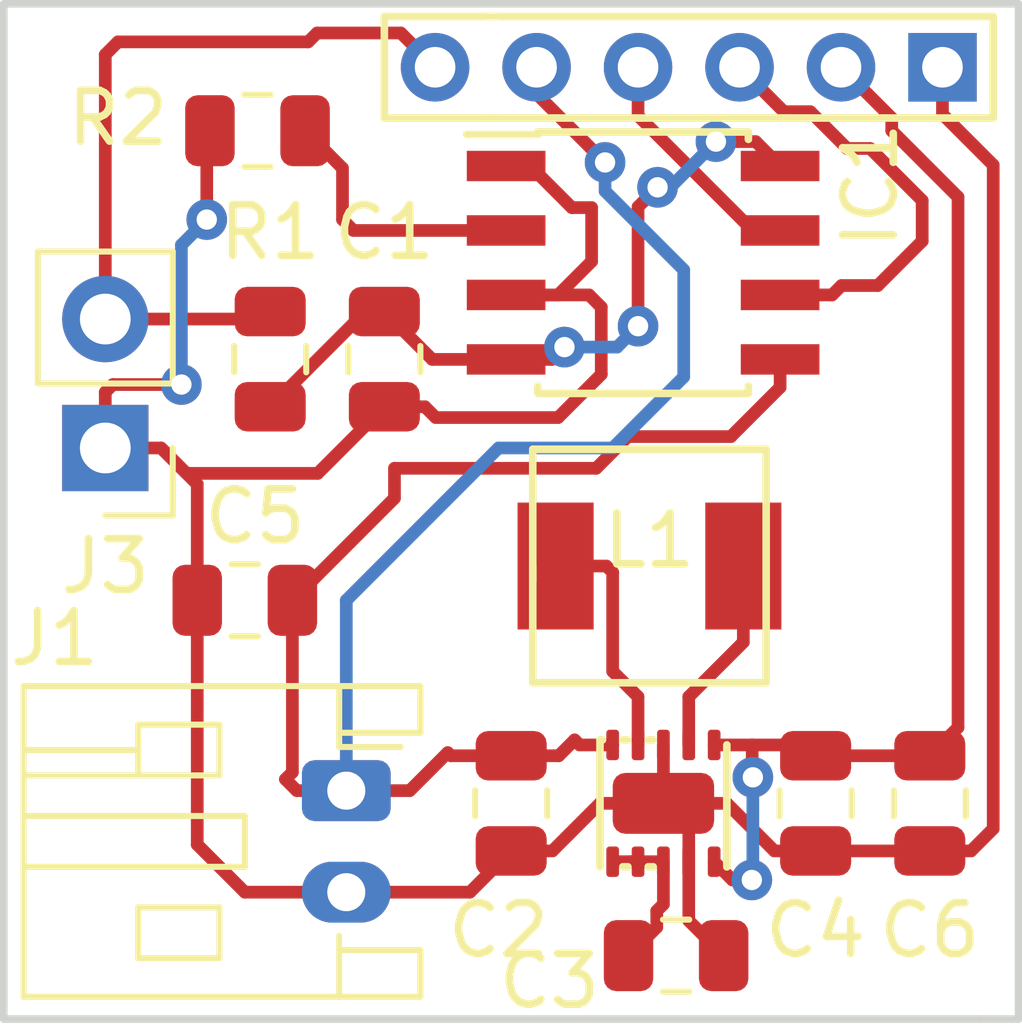
<source format=kicad_pcb>
(kicad_pcb (version 20171130) (host pcbnew 5.0.2+dfsg1-1~bpo9+1)

  (general
    (thickness 1.6)
    (drawings 6)
    (tracks 157)
    (zones 0)
    (modules 14)
    (nets 12)
  )

  (page A4)
  (layers
    (0 F.Cu signal)
    (31 B.Cu signal)
    (32 B.Adhes user)
    (33 F.Adhes user)
    (34 B.Paste user)
    (35 F.Paste user)
    (36 B.SilkS user)
    (37 F.SilkS user)
    (38 B.Mask user)
    (39 F.Mask user)
    (40 Dwgs.User user)
    (41 Cmts.User user)
    (42 Eco1.User user)
    (43 Eco2.User user)
    (44 Edge.Cuts user)
    (45 Margin user)
    (46 B.CrtYd user)
    (47 F.CrtYd user)
    (48 B.Fab user)
    (49 F.Fab user)
  )

  (setup
    (last_trace_width 0.25)
    (trace_clearance 0.2)
    (zone_clearance 0.508)
    (zone_45_only no)
    (trace_min 0.2)
    (segment_width 0.2)
    (edge_width 0.15)
    (via_size 0.8)
    (via_drill 0.4)
    (via_min_size 0.4)
    (via_min_drill 0.3)
    (uvia_size 0.3)
    (uvia_drill 0.1)
    (uvias_allowed no)
    (uvia_min_size 0.2)
    (uvia_min_drill 0.1)
    (pcb_text_width 0.3)
    (pcb_text_size 1.5 1.5)
    (mod_edge_width 0.15)
    (mod_text_size 1 1)
    (mod_text_width 0.15)
    (pad_size 1.524 1.524)
    (pad_drill 0.762)
    (pad_to_mask_clearance 0.051)
    (solder_mask_min_width 0.25)
    (aux_axis_origin 0 0)
    (visible_elements FFFFFF7F)
    (pcbplotparams
      (layerselection 0x010fc_ffffffff)
      (usegerberextensions false)
      (usegerberattributes false)
      (usegerberadvancedattributes false)
      (creategerberjobfile false)
      (excludeedgelayer true)
      (linewidth 0.100000)
      (plotframeref false)
      (viasonmask false)
      (mode 1)
      (useauxorigin false)
      (hpglpennumber 1)
      (hpglpenspeed 20)
      (hpglpendiameter 15.000000)
      (psnegative false)
      (psa4output false)
      (plotreference true)
      (plotvalue true)
      (plotinvisibletext false)
      (padsonsilk false)
      (subtractmaskfromsilk false)
      (outputformat 1)
      (mirror false)
      (drillshape 0)
      (scaleselection 1)
      (outputdirectory "/tmp/"))
  )

  (net 0 "")
  (net 1 GND)
  (net 2 "Net-(C3-Pad2)")
  (net 3 BATT)
  (net 4 "Net-(L1-Pad1)")
  (net 5 "Net-(L1-Pad2)")
  (net 6 STDBY)
  (net 7 CHRG)
  (net 8 +5V)
  (net 9 "Net-(C1-Pad1)")
  (net 10 "Net-(IC1-Pad2)")
  (net 11 /3.3V)

  (net_class Default "This is the default net class."
    (clearance 0.2)
    (trace_width 0.25)
    (via_dia 0.8)
    (via_drill 0.4)
    (uvia_dia 0.3)
    (uvia_drill 0.1)
    (add_net +5V)
    (add_net /3.3V)
    (add_net BATT)
    (add_net CHRG)
    (add_net GND)
    (add_net "Net-(C1-Pad1)")
    (add_net "Net-(C3-Pad2)")
    (add_net "Net-(IC1-Pad2)")
    (add_net "Net-(L1-Pad1)")
    (add_net "Net-(L1-Pad2)")
    (add_net STDBY)
  )

  (module coil:CoilMX-MS0420 (layer F.Cu) (tedit 5EFEFAF9) (tstamp 5F16CA3B)
    (at 101.975 84.575 180)
    (descr https://datasheet.lcsc.com/szlcsc/1912111437_COILMX-MS0420-1R5M_C380153.pdf)
    (path /5EF79714)
    (fp_text reference L1 (at 0 0.5 180) (layer F.SilkS)
      (effects (font (size 1 1) (thickness 0.15)))
    )
    (fp_text value L (at 0 -0.5 180) (layer F.Fab)
      (effects (font (size 1 1) (thickness 0.15)))
    )
    (fp_line (start 2.3 2.3) (end 2.3 -0.3) (layer F.SilkS) (width 0.15))
    (fp_line (start -2.3 2.3) (end 2.3 2.3) (layer F.SilkS) (width 0.15))
    (fp_line (start -2.3 -2.3) (end -2.3 2.3) (layer F.SilkS) (width 0.15))
    (fp_line (start 2.3 -2.3) (end -2.3 -2.3) (layer F.SilkS) (width 0.15))
    (fp_line (start 2.3 0) (end 2.3 -2.3) (layer F.SilkS) (width 0.15))
    (pad 2 smd rect (at -1.85 0 180) (size 1.5 2.5) (layers F.Cu F.Paste F.Mask)
      (net 5 "Net-(L1-Pad2)"))
    (pad 1 smd rect (at 1.85 0 180) (size 1.5 2.5) (layers F.Cu F.Paste F.Mask)
      (net 4 "Net-(L1-Pad1)"))
  )

  (module Connector_PinHeader_2.54mm:PinHeader_1x02_P2.54mm_Vertical (layer F.Cu) (tedit 59FED5CC) (tstamp 5F22601E)
    (at 91.25 82.25 180)
    (descr "Through hole straight pin header, 1x02, 2.54mm pitch, single row")
    (tags "Through hole pin header THT 1x02 2.54mm single row")
    (path /5EFD7AF9)
    (fp_text reference J3 (at 0 -2.33 180) (layer F.SilkS)
      (effects (font (size 1 1) (thickness 0.15)))
    )
    (fp_text value PWR (at 0 4.87 180) (layer F.Fab) hide
      (effects (font (size 1 1) (thickness 0.15)))
    )
    (fp_text user %R (at 0 1.27 270) (layer F.Fab)
      (effects (font (size 1 1) (thickness 0.15)))
    )
    (fp_line (start 1.8 -1.8) (end -1.8 -1.8) (layer F.CrtYd) (width 0.05))
    (fp_line (start 1.8 4.35) (end 1.8 -1.8) (layer F.CrtYd) (width 0.05))
    (fp_line (start -1.8 4.35) (end 1.8 4.35) (layer F.CrtYd) (width 0.05))
    (fp_line (start -1.8 -1.8) (end -1.8 4.35) (layer F.CrtYd) (width 0.05))
    (fp_line (start -1.33 -1.33) (end 0 -1.33) (layer F.SilkS) (width 0.12))
    (fp_line (start -1.33 0) (end -1.33 -1.33) (layer F.SilkS) (width 0.12))
    (fp_line (start -1.33 1.27) (end 1.33 1.27) (layer F.SilkS) (width 0.12))
    (fp_line (start 1.33 1.27) (end 1.33 3.87) (layer F.SilkS) (width 0.12))
    (fp_line (start -1.33 1.27) (end -1.33 3.87) (layer F.SilkS) (width 0.12))
    (fp_line (start -1.33 3.87) (end 1.33 3.87) (layer F.SilkS) (width 0.12))
    (fp_line (start -1.27 -0.635) (end -0.635 -1.27) (layer F.Fab) (width 0.1))
    (fp_line (start -1.27 3.81) (end -1.27 -0.635) (layer F.Fab) (width 0.1))
    (fp_line (start 1.27 3.81) (end -1.27 3.81) (layer F.Fab) (width 0.1))
    (fp_line (start 1.27 -1.27) (end 1.27 3.81) (layer F.Fab) (width 0.1))
    (fp_line (start -0.635 -1.27) (end 1.27 -1.27) (layer F.Fab) (width 0.1))
    (pad 2 thru_hole oval (at 0 2.54 180) (size 1.7 1.7) (drill 1) (layers *.Cu *.Mask)
      (net 8 +5V))
    (pad 1 thru_hole rect (at 0 0 180) (size 1.7 1.7) (drill 1) (layers *.Cu *.Mask)
      (net 1 GND))
    (model ${KISYS3DMOD}/Connector_PinHeader_2.54mm.3dshapes/PinHeader_1x02_P2.54mm_Vertical.wrl
      (at (xyz 0 0 0))
      (scale (xyz 1 1 1))
      (rotate (xyz 0 0 0))
    )
  )

  (module Capacitor_SMD:C_0805_2012Metric (layer F.Cu) (tedit 5B36C52B) (tstamp 5F2254CA)
    (at 107.5 89.25 90)
    (descr "Capacitor SMD 0805 (2012 Metric), square (rectangular) end terminal, IPC_7351 nominal, (Body size source: https://docs.google.com/spreadsheets/d/1BsfQQcO9C6DZCsRaXUlFlo91Tg2WpOkGARC1WS5S8t0/edit?usp=sharing), generated with kicad-footprint-generator")
    (tags capacitor)
    (path /5EF79229)
    (attr smd)
    (fp_text reference C6 (at -2.5 0 180) (layer F.SilkS)
      (effects (font (size 1 1) (thickness 0.15)))
    )
    (fp_text value 10uF (at 0 1.65 90) (layer F.Fab) hide
      (effects (font (size 1 1) (thickness 0.15)))
    )
    (fp_text user %R (at 0 0 90) (layer F.Fab)
      (effects (font (size 0.5 0.5) (thickness 0.08)))
    )
    (fp_line (start 1.68 0.95) (end -1.68 0.95) (layer F.CrtYd) (width 0.05))
    (fp_line (start 1.68 -0.95) (end 1.68 0.95) (layer F.CrtYd) (width 0.05))
    (fp_line (start -1.68 -0.95) (end 1.68 -0.95) (layer F.CrtYd) (width 0.05))
    (fp_line (start -1.68 0.95) (end -1.68 -0.95) (layer F.CrtYd) (width 0.05))
    (fp_line (start -0.258578 0.71) (end 0.258578 0.71) (layer F.SilkS) (width 0.12))
    (fp_line (start -0.258578 -0.71) (end 0.258578 -0.71) (layer F.SilkS) (width 0.12))
    (fp_line (start 1 0.6) (end -1 0.6) (layer F.Fab) (width 0.1))
    (fp_line (start 1 -0.6) (end 1 0.6) (layer F.Fab) (width 0.1))
    (fp_line (start -1 -0.6) (end 1 -0.6) (layer F.Fab) (width 0.1))
    (fp_line (start -1 0.6) (end -1 -0.6) (layer F.Fab) (width 0.1))
    (pad 2 smd roundrect (at 0.9375 0 90) (size 0.975 1.4) (layers F.Cu F.Paste F.Mask) (roundrect_rratio 0.25)
      (net 11 /3.3V))
    (pad 1 smd roundrect (at -0.9375 0 90) (size 0.975 1.4) (layers F.Cu F.Paste F.Mask) (roundrect_rratio 0.25)
      (net 1 GND))
    (model ${KISYS3DMOD}/Capacitor_SMD.3dshapes/C_0805_2012Metric.wrl
      (at (xyz 0 0 0))
      (scale (xyz 1 1 1))
      (rotate (xyz 0 0 0))
    )
  )

  (module Capacitor_SMD:C_0805_2012Metric (layer F.Cu) (tedit 5B36C52B) (tstamp 5F22584D)
    (at 94 85.25 180)
    (descr "Capacitor SMD 0805 (2012 Metric), square (rectangular) end terminal, IPC_7351 nominal, (Body size source: https://docs.google.com/spreadsheets/d/1BsfQQcO9C6DZCsRaXUlFlo91Tg2WpOkGARC1WS5S8t0/edit?usp=sharing), generated with kicad-footprint-generator")
    (tags capacitor)
    (path /5EFBAD6B)
    (attr smd)
    (fp_text reference C5 (at -0.2 1.65 180) (layer F.SilkS)
      (effects (font (size 1 1) (thickness 0.15)))
    )
    (fp_text value 10uF (at 0 1.65 180) (layer F.Fab) hide
      (effects (font (size 1 1) (thickness 0.15)))
    )
    (fp_text user %R (at 0 0 180) (layer F.Fab)
      (effects (font (size 0.5 0.5) (thickness 0.08)))
    )
    (fp_line (start 1.68 0.95) (end -1.68 0.95) (layer F.CrtYd) (width 0.05))
    (fp_line (start 1.68 -0.95) (end 1.68 0.95) (layer F.CrtYd) (width 0.05))
    (fp_line (start -1.68 -0.95) (end 1.68 -0.95) (layer F.CrtYd) (width 0.05))
    (fp_line (start -1.68 0.95) (end -1.68 -0.95) (layer F.CrtYd) (width 0.05))
    (fp_line (start -0.258578 0.71) (end 0.258578 0.71) (layer F.SilkS) (width 0.12))
    (fp_line (start -0.258578 -0.71) (end 0.258578 -0.71) (layer F.SilkS) (width 0.12))
    (fp_line (start 1 0.6) (end -1 0.6) (layer F.Fab) (width 0.1))
    (fp_line (start 1 -0.6) (end 1 0.6) (layer F.Fab) (width 0.1))
    (fp_line (start -1 -0.6) (end 1 -0.6) (layer F.Fab) (width 0.1))
    (fp_line (start -1 0.6) (end -1 -0.6) (layer F.Fab) (width 0.1))
    (pad 2 smd roundrect (at 0.9375 0 180) (size 0.975 1.4) (layers F.Cu F.Paste F.Mask) (roundrect_rratio 0.25)
      (net 1 GND))
    (pad 1 smd roundrect (at -0.9375 0 180) (size 0.975 1.4) (layers F.Cu F.Paste F.Mask) (roundrect_rratio 0.25)
      (net 3 BATT))
    (model ${KISYS3DMOD}/Capacitor_SMD.3dshapes/C_0805_2012Metric.wrl
      (at (xyz 0 0 0))
      (scale (xyz 1 1 1))
      (rotate (xyz 0 0 0))
    )
  )

  (module Capacitor_SMD:C_0805_2012Metric (layer F.Cu) (tedit 5B36C52B) (tstamp 5F2254A8)
    (at 105.25 89.25 90)
    (descr "Capacitor SMD 0805 (2012 Metric), square (rectangular) end terminal, IPC_7351 nominal, (Body size source: https://docs.google.com/spreadsheets/d/1BsfQQcO9C6DZCsRaXUlFlo91Tg2WpOkGARC1WS5S8t0/edit?usp=sharing), generated with kicad-footprint-generator")
    (tags capacitor)
    (path /5EF791A9)
    (attr smd)
    (fp_text reference C4 (at -2.5 0 180) (layer F.SilkS)
      (effects (font (size 1 1) (thickness 0.15)))
    )
    (fp_text value 10uF (at 0 1.65 90) (layer F.Fab) hide
      (effects (font (size 1 1) (thickness 0.15)))
    )
    (fp_text user %R (at 0 0 90) (layer F.Fab)
      (effects (font (size 0.5 0.5) (thickness 0.08)))
    )
    (fp_line (start 1.68 0.95) (end -1.68 0.95) (layer F.CrtYd) (width 0.05))
    (fp_line (start 1.68 -0.95) (end 1.68 0.95) (layer F.CrtYd) (width 0.05))
    (fp_line (start -1.68 -0.95) (end 1.68 -0.95) (layer F.CrtYd) (width 0.05))
    (fp_line (start -1.68 0.95) (end -1.68 -0.95) (layer F.CrtYd) (width 0.05))
    (fp_line (start -0.258578 0.71) (end 0.258578 0.71) (layer F.SilkS) (width 0.12))
    (fp_line (start -0.258578 -0.71) (end 0.258578 -0.71) (layer F.SilkS) (width 0.12))
    (fp_line (start 1 0.6) (end -1 0.6) (layer F.Fab) (width 0.1))
    (fp_line (start 1 -0.6) (end 1 0.6) (layer F.Fab) (width 0.1))
    (fp_line (start -1 -0.6) (end 1 -0.6) (layer F.Fab) (width 0.1))
    (fp_line (start -1 0.6) (end -1 -0.6) (layer F.Fab) (width 0.1))
    (pad 2 smd roundrect (at 0.9375 0 90) (size 0.975 1.4) (layers F.Cu F.Paste F.Mask) (roundrect_rratio 0.25)
      (net 11 /3.3V))
    (pad 1 smd roundrect (at -0.9375 0 90) (size 0.975 1.4) (layers F.Cu F.Paste F.Mask) (roundrect_rratio 0.25)
      (net 1 GND))
    (model ${KISYS3DMOD}/Capacitor_SMD.3dshapes/C_0805_2012Metric.wrl
      (at (xyz 0 0 0))
      (scale (xyz 1 1 1))
      (rotate (xyz 0 0 0))
    )
  )

  (module Capacitor_SMD:C_0805_2012Metric (layer F.Cu) (tedit 5B36C52B) (tstamp 5F225497)
    (at 102.5 92.25 180)
    (descr "Capacitor SMD 0805 (2012 Metric), square (rectangular) end terminal, IPC_7351 nominal, (Body size source: https://docs.google.com/spreadsheets/d/1BsfQQcO9C6DZCsRaXUlFlo91Tg2WpOkGARC1WS5S8t0/edit?usp=sharing), generated with kicad-footprint-generator")
    (tags capacitor)
    (path /5EF78FE0)
    (attr smd)
    (fp_text reference C3 (at 2.5 -0.5 180) (layer F.SilkS)
      (effects (font (size 1 1) (thickness 0.15)))
    )
    (fp_text value 100nF (at 0 1.65 180) (layer F.Fab) hide
      (effects (font (size 1 1) (thickness 0.15)))
    )
    (fp_text user %R (at 0 0 180) (layer F.Fab)
      (effects (font (size 0.5 0.5) (thickness 0.08)))
    )
    (fp_line (start 1.68 0.95) (end -1.68 0.95) (layer F.CrtYd) (width 0.05))
    (fp_line (start 1.68 -0.95) (end 1.68 0.95) (layer F.CrtYd) (width 0.05))
    (fp_line (start -1.68 -0.95) (end 1.68 -0.95) (layer F.CrtYd) (width 0.05))
    (fp_line (start -1.68 0.95) (end -1.68 -0.95) (layer F.CrtYd) (width 0.05))
    (fp_line (start -0.258578 0.71) (end 0.258578 0.71) (layer F.SilkS) (width 0.12))
    (fp_line (start -0.258578 -0.71) (end 0.258578 -0.71) (layer F.SilkS) (width 0.12))
    (fp_line (start 1 0.6) (end -1 0.6) (layer F.Fab) (width 0.1))
    (fp_line (start 1 -0.6) (end 1 0.6) (layer F.Fab) (width 0.1))
    (fp_line (start -1 -0.6) (end 1 -0.6) (layer F.Fab) (width 0.1))
    (fp_line (start -1 0.6) (end -1 -0.6) (layer F.Fab) (width 0.1))
    (pad 2 smd roundrect (at 0.9375 0 180) (size 0.975 1.4) (layers F.Cu F.Paste F.Mask) (roundrect_rratio 0.25)
      (net 2 "Net-(C3-Pad2)"))
    (pad 1 smd roundrect (at -0.9375 0 180) (size 0.975 1.4) (layers F.Cu F.Paste F.Mask) (roundrect_rratio 0.25)
      (net 1 GND))
    (model ${KISYS3DMOD}/Capacitor_SMD.3dshapes/C_0805_2012Metric.wrl
      (at (xyz 0 0 0))
      (scale (xyz 1 1 1))
      (rotate (xyz 0 0 0))
    )
  )

  (module Capacitor_SMD:C_0805_2012Metric (layer F.Cu) (tedit 5B36C52B) (tstamp 5F225486)
    (at 99.25 89.25 90)
    (descr "Capacitor SMD 0805 (2012 Metric), square (rectangular) end terminal, IPC_7351 nominal, (Body size source: https://docs.google.com/spreadsheets/d/1BsfQQcO9C6DZCsRaXUlFlo91Tg2WpOkGARC1WS5S8t0/edit?usp=sharing), generated with kicad-footprint-generator")
    (tags capacitor)
    (path /5EF79259)
    (attr smd)
    (fp_text reference C2 (at -2.5 -0.25 180) (layer F.SilkS)
      (effects (font (size 1 1) (thickness 0.15)))
    )
    (fp_text value 10uF (at 0 1.65 90) (layer F.Fab) hide
      (effects (font (size 1 1) (thickness 0.15)))
    )
    (fp_text user %R (at 0 0 90) (layer F.Fab)
      (effects (font (size 0.5 0.5) (thickness 0.08)))
    )
    (fp_line (start 1.68 0.95) (end -1.68 0.95) (layer F.CrtYd) (width 0.05))
    (fp_line (start 1.68 -0.95) (end 1.68 0.95) (layer F.CrtYd) (width 0.05))
    (fp_line (start -1.68 -0.95) (end 1.68 -0.95) (layer F.CrtYd) (width 0.05))
    (fp_line (start -1.68 0.95) (end -1.68 -0.95) (layer F.CrtYd) (width 0.05))
    (fp_line (start -0.258578 0.71) (end 0.258578 0.71) (layer F.SilkS) (width 0.12))
    (fp_line (start -0.258578 -0.71) (end 0.258578 -0.71) (layer F.SilkS) (width 0.12))
    (fp_line (start 1 0.6) (end -1 0.6) (layer F.Fab) (width 0.1))
    (fp_line (start 1 -0.6) (end 1 0.6) (layer F.Fab) (width 0.1))
    (fp_line (start -1 -0.6) (end 1 -0.6) (layer F.Fab) (width 0.1))
    (fp_line (start -1 0.6) (end -1 -0.6) (layer F.Fab) (width 0.1))
    (pad 2 smd roundrect (at 0.9375 0 90) (size 0.975 1.4) (layers F.Cu F.Paste F.Mask) (roundrect_rratio 0.25)
      (net 3 BATT))
    (pad 1 smd roundrect (at -0.9375 0 90) (size 0.975 1.4) (layers F.Cu F.Paste F.Mask) (roundrect_rratio 0.25)
      (net 1 GND))
    (model ${KISYS3DMOD}/Capacitor_SMD.3dshapes/C_0805_2012Metric.wrl
      (at (xyz 0 0 0))
      (scale (xyz 1 1 1))
      (rotate (xyz 0 0 0))
    )
  )

  (module Capacitor_SMD:C_0805_2012Metric (layer F.Cu) (tedit 5B36C52B) (tstamp 5F225475)
    (at 96.75 80.5 270)
    (descr "Capacitor SMD 0805 (2012 Metric), square (rectangular) end terminal, IPC_7351 nominal, (Body size source: https://docs.google.com/spreadsheets/d/1BsfQQcO9C6DZCsRaXUlFlo91Tg2WpOkGARC1WS5S8t0/edit?usp=sharing), generated with kicad-footprint-generator")
    (tags capacitor)
    (path /5EFBAE2A)
    (attr smd)
    (fp_text reference C1 (at -2.5 0) (layer F.SilkS)
      (effects (font (size 1 1) (thickness 0.15)))
    )
    (fp_text value 10uF (at 0 1.65 270) (layer F.Fab) hide
      (effects (font (size 1 1) (thickness 0.15)))
    )
    (fp_text user %R (at 0 0 270) (layer F.Fab)
      (effects (font (size 0.5 0.5) (thickness 0.08)))
    )
    (fp_line (start 1.68 0.95) (end -1.68 0.95) (layer F.CrtYd) (width 0.05))
    (fp_line (start 1.68 -0.95) (end 1.68 0.95) (layer F.CrtYd) (width 0.05))
    (fp_line (start -1.68 -0.95) (end 1.68 -0.95) (layer F.CrtYd) (width 0.05))
    (fp_line (start -1.68 0.95) (end -1.68 -0.95) (layer F.CrtYd) (width 0.05))
    (fp_line (start -0.258578 0.71) (end 0.258578 0.71) (layer F.SilkS) (width 0.12))
    (fp_line (start -0.258578 -0.71) (end 0.258578 -0.71) (layer F.SilkS) (width 0.12))
    (fp_line (start 1 0.6) (end -1 0.6) (layer F.Fab) (width 0.1))
    (fp_line (start 1 -0.6) (end 1 0.6) (layer F.Fab) (width 0.1))
    (fp_line (start -1 -0.6) (end 1 -0.6) (layer F.Fab) (width 0.1))
    (fp_line (start -1 0.6) (end -1 -0.6) (layer F.Fab) (width 0.1))
    (pad 2 smd roundrect (at 0.9375 0 270) (size 0.975 1.4) (layers F.Cu F.Paste F.Mask) (roundrect_rratio 0.25)
      (net 1 GND))
    (pad 1 smd roundrect (at -0.9375 0 270) (size 0.975 1.4) (layers F.Cu F.Paste F.Mask) (roundrect_rratio 0.25)
      (net 9 "Net-(C1-Pad1)"))
    (model ${KISYS3DMOD}/Capacitor_SMD.3dshapes/C_0805_2012Metric.wrl
      (at (xyz 0 0 0))
      (scale (xyz 1 1 1))
      (rotate (xyz 0 0 0))
    )
  )

  (module Connector_JST:JST_PH_S2B-PH-K_1x02_P2.00mm_Horizontal (layer F.Cu) (tedit 5B7745C6) (tstamp 5F225464)
    (at 96 89 270)
    (descr "JST PH series connector, S2B-PH-K (http://www.jst-mfg.com/product/pdf/eng/ePH.pdf), generated with kicad-footprint-generator")
    (tags "connector JST PH top entry")
    (path /5EF79359)
    (fp_text reference J1 (at -3 5.75) (layer F.SilkS)
      (effects (font (size 1 1) (thickness 0.15)))
    )
    (fp_text value BATT (at 1 7.45 270) (layer F.Fab) hide
      (effects (font (size 1 1) (thickness 0.15)))
    )
    (fp_text user %R (at 1 2.5 270) (layer F.Fab)
      (effects (font (size 1 1) (thickness 0.15)))
    )
    (fp_line (start 0.5 1.375) (end 0 0.875) (layer F.Fab) (width 0.1))
    (fp_line (start -0.5 1.375) (end 0.5 1.375) (layer F.Fab) (width 0.1))
    (fp_line (start 0 0.875) (end -0.5 1.375) (layer F.Fab) (width 0.1))
    (fp_line (start -0.86 0.14) (end -0.86 -1.075) (layer F.SilkS) (width 0.12))
    (fp_line (start 3.25 0.25) (end -1.25 0.25) (layer F.Fab) (width 0.1))
    (fp_line (start 3.25 -1.35) (end 3.25 0.25) (layer F.Fab) (width 0.1))
    (fp_line (start 3.95 -1.35) (end 3.25 -1.35) (layer F.Fab) (width 0.1))
    (fp_line (start 3.95 6.25) (end 3.95 -1.35) (layer F.Fab) (width 0.1))
    (fp_line (start -1.95 6.25) (end 3.95 6.25) (layer F.Fab) (width 0.1))
    (fp_line (start -1.95 -1.35) (end -1.95 6.25) (layer F.Fab) (width 0.1))
    (fp_line (start -1.25 -1.35) (end -1.95 -1.35) (layer F.Fab) (width 0.1))
    (fp_line (start -1.25 0.25) (end -1.25 -1.35) (layer F.Fab) (width 0.1))
    (fp_line (start 4.45 -1.85) (end -2.45 -1.85) (layer F.CrtYd) (width 0.05))
    (fp_line (start 4.45 6.75) (end 4.45 -1.85) (layer F.CrtYd) (width 0.05))
    (fp_line (start -2.45 6.75) (end 4.45 6.75) (layer F.CrtYd) (width 0.05))
    (fp_line (start -2.45 -1.85) (end -2.45 6.75) (layer F.CrtYd) (width 0.05))
    (fp_line (start -0.8 4.1) (end -0.8 6.36) (layer F.SilkS) (width 0.12))
    (fp_line (start -0.3 4.1) (end -0.3 6.36) (layer F.SilkS) (width 0.12))
    (fp_line (start 2.3 2.5) (end 3.3 2.5) (layer F.SilkS) (width 0.12))
    (fp_line (start 2.3 4.1) (end 2.3 2.5) (layer F.SilkS) (width 0.12))
    (fp_line (start 3.3 4.1) (end 2.3 4.1) (layer F.SilkS) (width 0.12))
    (fp_line (start 3.3 2.5) (end 3.3 4.1) (layer F.SilkS) (width 0.12))
    (fp_line (start -0.3 2.5) (end -1.3 2.5) (layer F.SilkS) (width 0.12))
    (fp_line (start -0.3 4.1) (end -0.3 2.5) (layer F.SilkS) (width 0.12))
    (fp_line (start -1.3 4.1) (end -0.3 4.1) (layer F.SilkS) (width 0.12))
    (fp_line (start -1.3 2.5) (end -1.3 4.1) (layer F.SilkS) (width 0.12))
    (fp_line (start 4.06 0.14) (end 3.14 0.14) (layer F.SilkS) (width 0.12))
    (fp_line (start -2.06 0.14) (end -1.14 0.14) (layer F.SilkS) (width 0.12))
    (fp_line (start 1.5 2) (end 1.5 6.36) (layer F.SilkS) (width 0.12))
    (fp_line (start 0.5 2) (end 1.5 2) (layer F.SilkS) (width 0.12))
    (fp_line (start 0.5 6.36) (end 0.5 2) (layer F.SilkS) (width 0.12))
    (fp_line (start 3.14 0.14) (end 2.86 0.14) (layer F.SilkS) (width 0.12))
    (fp_line (start 3.14 -1.46) (end 3.14 0.14) (layer F.SilkS) (width 0.12))
    (fp_line (start 4.06 -1.46) (end 3.14 -1.46) (layer F.SilkS) (width 0.12))
    (fp_line (start 4.06 6.36) (end 4.06 -1.46) (layer F.SilkS) (width 0.12))
    (fp_line (start -2.06 6.36) (end 4.06 6.36) (layer F.SilkS) (width 0.12))
    (fp_line (start -2.06 -1.46) (end -2.06 6.36) (layer F.SilkS) (width 0.12))
    (fp_line (start -1.14 -1.46) (end -2.06 -1.46) (layer F.SilkS) (width 0.12))
    (fp_line (start -1.14 0.14) (end -1.14 -1.46) (layer F.SilkS) (width 0.12))
    (fp_line (start -0.86 0.14) (end -1.14 0.14) (layer F.SilkS) (width 0.12))
    (pad 2 thru_hole oval (at 2 0 270) (size 1.2 1.75) (drill 0.75) (layers *.Cu *.Mask)
      (net 1 GND))
    (pad 1 thru_hole roundrect (at 0 0 270) (size 1.2 1.75) (drill 0.75) (layers *.Cu *.Mask) (roundrect_rratio 0.208333)
      (net 3 BATT))
    (model ${KISYS3DMOD}/Connector_JST.3dshapes/JST_PH_S2B-PH-K_1x02_P2.00mm_Horizontal.wrl
      (at (xyz 0 0 0))
      (scale (xyz 1 1 1))
      (rotate (xyz 0 0 0))
    )
  )

  (module Package_SO:SOIC-8_3.9x4.9mm_P1.27mm (layer F.Cu) (tedit 5A02F2D3) (tstamp 5F225435)
    (at 101.85 78.6)
    (descr "8-Lead Plastic Small Outline (SN) - Narrow, 3.90 mm Body [SOIC] (see Microchip Packaging Specification http://ww1.microchip.com/downloads/en/PackagingSpec/00000049BQ.pdf)")
    (tags "SOIC 1.27")
    (path /5EFB97C9)
    (attr smd)
    (fp_text reference IC1 (at 4.475 -1.525 90) (layer F.SilkS)
      (effects (font (size 1 1) (thickness 0.15)))
    )
    (fp_text value TP4056 (at 0 3.5) (layer F.Fab) hide
      (effects (font (size 1 1) (thickness 0.15)))
    )
    (fp_line (start -2.075 -2.525) (end -3.475 -2.525) (layer F.SilkS) (width 0.15))
    (fp_line (start -2.075 2.575) (end 2.075 2.575) (layer F.SilkS) (width 0.15))
    (fp_line (start -2.075 -2.575) (end 2.075 -2.575) (layer F.SilkS) (width 0.15))
    (fp_line (start -2.075 2.575) (end -2.075 2.43) (layer F.SilkS) (width 0.15))
    (fp_line (start 2.075 2.575) (end 2.075 2.43) (layer F.SilkS) (width 0.15))
    (fp_line (start 2.075 -2.575) (end 2.075 -2.43) (layer F.SilkS) (width 0.15))
    (fp_line (start -2.075 -2.575) (end -2.075 -2.525) (layer F.SilkS) (width 0.15))
    (fp_line (start -3.73 2.7) (end 3.73 2.7) (layer F.CrtYd) (width 0.05))
    (fp_line (start -3.73 -2.7) (end 3.73 -2.7) (layer F.CrtYd) (width 0.05))
    (fp_line (start 3.73 -2.7) (end 3.73 2.7) (layer F.CrtYd) (width 0.05))
    (fp_line (start -3.73 -2.7) (end -3.73 2.7) (layer F.CrtYd) (width 0.05))
    (fp_line (start -1.95 -1.45) (end -0.95 -2.45) (layer F.Fab) (width 0.1))
    (fp_line (start -1.95 2.45) (end -1.95 -1.45) (layer F.Fab) (width 0.1))
    (fp_line (start 1.95 2.45) (end -1.95 2.45) (layer F.Fab) (width 0.1))
    (fp_line (start 1.95 -2.45) (end 1.95 2.45) (layer F.Fab) (width 0.1))
    (fp_line (start -0.95 -2.45) (end 1.95 -2.45) (layer F.Fab) (width 0.1))
    (fp_text user %R (at 0 0) (layer F.Fab)
      (effects (font (size 1 1) (thickness 0.15)))
    )
    (pad 8 smd rect (at 2.7 -1.905) (size 1.55 0.6) (layers F.Cu F.Paste F.Mask)
      (net 9 "Net-(C1-Pad1)"))
    (pad 7 smd rect (at 2.7 -0.635) (size 1.55 0.6) (layers F.Cu F.Paste F.Mask)
      (net 7 CHRG))
    (pad 6 smd rect (at 2.7 0.635) (size 1.55 0.6) (layers F.Cu F.Paste F.Mask)
      (net 6 STDBY))
    (pad 5 smd rect (at 2.7 1.905) (size 1.55 0.6) (layers F.Cu F.Paste F.Mask)
      (net 3 BATT))
    (pad 4 smd rect (at -2.7 1.905) (size 1.55 0.6) (layers F.Cu F.Paste F.Mask)
      (net 9 "Net-(C1-Pad1)"))
    (pad 3 smd rect (at -2.7 0.635) (size 1.55 0.6) (layers F.Cu F.Paste F.Mask)
      (net 1 GND))
    (pad 2 smd rect (at -2.7 -0.635) (size 1.55 0.6) (layers F.Cu F.Paste F.Mask)
      (net 10 "Net-(IC1-Pad2)"))
    (pad 1 smd rect (at -2.7 -1.905) (size 1.55 0.6) (layers F.Cu F.Paste F.Mask)
      (net 1 GND))
    (model ${KISYS3DMOD}/Package_SO.3dshapes/SOIC-8_3.9x4.9mm_P1.27mm.wrl
      (at (xyz 0 0 0))
      (scale (xyz 1 1 1))
      (rotate (xyz 0 0 0))
    )
  )

  (module Resistor_SMD:R_0805_2012Metric (layer F.Cu) (tedit 5B36C52B) (tstamp 5F225418)
    (at 94.25 76 180)
    (descr "Resistor SMD 0805 (2012 Metric), square (rectangular) end terminal, IPC_7351 nominal, (Body size source: https://docs.google.com/spreadsheets/d/1BsfQQcO9C6DZCsRaXUlFlo91Tg2WpOkGARC1WS5S8t0/edit?usp=sharing), generated with kicad-footprint-generator")
    (tags resistor)
    (path /5EFBA253)
    (attr smd)
    (fp_text reference R2 (at 2.75 0.25 180) (layer F.SilkS)
      (effects (font (size 1 1) (thickness 0.15)))
    )
    (fp_text value 3k (at 0 1.65 180) (layer F.Fab) hide
      (effects (font (size 1 1) (thickness 0.15)))
    )
    (fp_text user %R (at 0 0 180) (layer F.Fab)
      (effects (font (size 0.5 0.5) (thickness 0.08)))
    )
    (fp_line (start 1.68 0.95) (end -1.68 0.95) (layer F.CrtYd) (width 0.05))
    (fp_line (start 1.68 -0.95) (end 1.68 0.95) (layer F.CrtYd) (width 0.05))
    (fp_line (start -1.68 -0.95) (end 1.68 -0.95) (layer F.CrtYd) (width 0.05))
    (fp_line (start -1.68 0.95) (end -1.68 -0.95) (layer F.CrtYd) (width 0.05))
    (fp_line (start -0.258578 0.71) (end 0.258578 0.71) (layer F.SilkS) (width 0.12))
    (fp_line (start -0.258578 -0.71) (end 0.258578 -0.71) (layer F.SilkS) (width 0.12))
    (fp_line (start 1 0.6) (end -1 0.6) (layer F.Fab) (width 0.1))
    (fp_line (start 1 -0.6) (end 1 0.6) (layer F.Fab) (width 0.1))
    (fp_line (start -1 -0.6) (end 1 -0.6) (layer F.Fab) (width 0.1))
    (fp_line (start -1 0.6) (end -1 -0.6) (layer F.Fab) (width 0.1))
    (pad 2 smd roundrect (at 0.9375 0 180) (size 0.975 1.4) (layers F.Cu F.Paste F.Mask) (roundrect_rratio 0.25)
      (net 1 GND))
    (pad 1 smd roundrect (at -0.9375 0 180) (size 0.975 1.4) (layers F.Cu F.Paste F.Mask) (roundrect_rratio 0.25)
      (net 10 "Net-(IC1-Pad2)"))
    (model ${KISYS3DMOD}/Resistor_SMD.3dshapes/R_0805_2012Metric.wrl
      (at (xyz 0 0 0))
      (scale (xyz 1 1 1))
      (rotate (xyz 0 0 0))
    )
  )

  (module Resistor_SMD:R_0805_2012Metric (layer F.Cu) (tedit 5B36C52B) (tstamp 5F225407)
    (at 94.5 80.5 270)
    (descr "Resistor SMD 0805 (2012 Metric), square (rectangular) end terminal, IPC_7351 nominal, (Body size source: https://docs.google.com/spreadsheets/d/1BsfQQcO9C6DZCsRaXUlFlo91Tg2WpOkGARC1WS5S8t0/edit?usp=sharing), generated with kicad-footprint-generator")
    (tags resistor)
    (path /5EFBB573)
    (attr smd)
    (fp_text reference R1 (at -2.5 0) (layer F.SilkS)
      (effects (font (size 1 1) (thickness 0.15)))
    )
    (fp_text value 0.4 (at 0 1.65 270) (layer F.Fab) hide
      (effects (font (size 1 1) (thickness 0.15)))
    )
    (fp_text user %R (at 0 0 270) (layer F.Fab)
      (effects (font (size 0.5 0.5) (thickness 0.08)))
    )
    (fp_line (start 1.68 0.95) (end -1.68 0.95) (layer F.CrtYd) (width 0.05))
    (fp_line (start 1.68 -0.95) (end 1.68 0.95) (layer F.CrtYd) (width 0.05))
    (fp_line (start -1.68 -0.95) (end 1.68 -0.95) (layer F.CrtYd) (width 0.05))
    (fp_line (start -1.68 0.95) (end -1.68 -0.95) (layer F.CrtYd) (width 0.05))
    (fp_line (start -0.258578 0.71) (end 0.258578 0.71) (layer F.SilkS) (width 0.12))
    (fp_line (start -0.258578 -0.71) (end 0.258578 -0.71) (layer F.SilkS) (width 0.12))
    (fp_line (start 1 0.6) (end -1 0.6) (layer F.Fab) (width 0.1))
    (fp_line (start 1 -0.6) (end 1 0.6) (layer F.Fab) (width 0.1))
    (fp_line (start -1 -0.6) (end 1 -0.6) (layer F.Fab) (width 0.1))
    (fp_line (start -1 0.6) (end -1 -0.6) (layer F.Fab) (width 0.1))
    (pad 2 smd roundrect (at 0.9375 0 270) (size 0.975 1.4) (layers F.Cu F.Paste F.Mask) (roundrect_rratio 0.25)
      (net 9 "Net-(C1-Pad1)"))
    (pad 1 smd roundrect (at -0.9375 0 270) (size 0.975 1.4) (layers F.Cu F.Paste F.Mask) (roundrect_rratio 0.25)
      (net 8 +5V))
    (model ${KISYS3DMOD}/Resistor_SMD.3dshapes/R_0805_2012Metric.wrl
      (at (xyz 0 0 0))
      (scale (xyz 1 1 1))
      (rotate (xyz 0 0 0))
    )
  )

  (module buck-boost-conn:buck-boost-conn (layer F.Cu) (tedit 5EFE462C) (tstamp 5F2253F6)
    (at 102.75 79.75)
    (path /5EFCC7EB)
    (fp_text reference J2 (at 5.25 -3.25) (layer F.SilkS) hide
      (effects (font (size 1 1) (thickness 0.15)))
    )
    (fp_text value buck-boost-conn (at -0.25 -7) (layer F.Fab) hide
      (effects (font (size 1 1) (thickness 0.15)))
    )
    (fp_line (start -6 -4) (end -3.75 -4) (layer F.SilkS) (width 0.15))
    (fp_line (start -6 -6) (end -6 -4) (layer F.SilkS) (width 0.15))
    (fp_line (start -3.75 -6) (end -6 -6) (layer F.SilkS) (width 0.15))
    (fp_line (start 6 -4) (end 0.75 -4) (layer F.SilkS) (width 0.15))
    (fp_line (start 6 -6) (end 6 -4) (layer F.SilkS) (width 0.15))
    (fp_line (start 4 -6) (end 6 -6) (layer F.SilkS) (width 0.15))
    (fp_line (start -4 -6) (end 4 -6) (layer F.SilkS) (width 0.15))
    (fp_line (start 2 -4) (end -4 -4) (layer F.SilkS) (width 0.15))
    (pad 6 thru_hole oval (at -5 -5) (size 1.35 1.35) (drill 0.8) (layers *.Cu *.Mask)
      (net 8 +5V))
    (pad 1 thru_hole rect (at 5 -5) (size 1.35 1.35) (drill 0.8) (layers *.Cu *.Mask)
      (net 1 GND))
    (pad 2 thru_hole oval (at 3 -5) (size 1.35 1.35) (drill 0.8) (layers *.Cu *.Mask)
      (net 11 /3.3V))
    (pad 3 thru_hole oval (at -3 -5) (size 1.35 1.35) (drill 0.8) (layers *.Cu *.Mask)
      (net 3 BATT))
    (pad 4 thru_hole oval (at -1 -5) (size 1.35 1.35) (drill 0.8) (layers *.Cu *.Mask)
      (net 7 CHRG))
    (pad 5 thru_hole oval (at 1 -5) (size 1.35 1.35) (drill 0.8) (layers *.Cu *.Mask)
      (net 6 STDBY))
  )

  (module tps6303x:VSON-10-1EP_2.x2.5mm_P0.5mm_EP1.2x2mm (layer F.Cu) (tedit 5EFE57B2) (tstamp 5F2253DC)
    (at 102.25 89.25 270)
    (descr "VSON, 10 Pin (http://rohmfs.rohm.com/en/products/databook/datasheet/ic/power/switching_regulator/bd8314nuv-e.pdf (Page 20)), generated with kicad-footprint-generator ipc_dfn_qfn_generator.py")
    (tags VSON)
    (path /5EF78F5A)
    (attr smd)
    (fp_text reference U1 (at 2 -2.75 180) (layer F.SilkS) hide
      (effects (font (size 1 1) (thickness 0.15)))
    )
    (fp_text value TPS63031DSKT (at 0 2.45 270) (layer F.Fab) hide
      (effects (font (size 1 1) (thickness 0.15)))
    )
    (fp_line (start -1.25 0.3) (end -1.25 0.2) (layer F.SilkS) (width 0.15))
    (fp_line (start 1.25 0.3) (end 1.25 0.2) (layer F.SilkS) (width 0.15))
    (fp_line (start 1.25 0.8) (end 1.25 0.7) (layer F.SilkS) (width 0.15))
    (fp_line (start -1.25 0.7) (end -1.25 0.8) (layer F.SilkS) (width 0.15))
    (fp_line (start -1.25 1.25) (end -1.25 1.2) (layer F.SilkS) (width 0.15))
    (fp_line (start 1.25 -1.25) (end -1.15 -1.25) (layer F.SilkS) (width 0.15))
    (fp_line (start 0 -1.25) (end 1.25 -1.25) (layer F.SilkS) (width 0.15))
    (fp_line (start 1.25 1.25) (end -1.25 1.25) (layer F.SilkS) (width 0.15))
    (fp_line (start 0 1.25) (end 1.25 1.25) (layer F.SilkS) (width 0.15))
    (fp_line (start -0.7 -1.5) (end 1.55 -1.5) (layer F.Fab) (width 0.1))
    (fp_line (start 1.55 -1.45) (end 1.55 1.55) (layer F.Fab) (width 0.1))
    (fp_line (start 1.55 1.5) (end -1.45 1.5) (layer F.Fab) (width 0.1))
    (fp_line (start -1.55 1.5) (end -1.55 -0.75) (layer F.Fab) (width 0.1))
    (fp_line (start -1.55 -0.75) (end -0.8 -1.5) (layer F.Fab) (width 0.1))
    (fp_text user %R (at 0.35 0 270) (layer F.Fab)
      (effects (font (size 0.75 0.75) (thickness 0.11)))
    )
    (pad 3 smd roundrect (at 0 0 270) (size 1.2 2) (layers F.Cu F.Mask) (roundrect_rratio 0.208)
      (net 1 GND))
    (pad 1 smd roundrect (at -1.15 -1 270) (size 0.6 0.25) (layers F.Cu F.Paste F.Mask) (roundrect_rratio 0.25)
      (net 11 /3.3V))
    (pad 2 smd roundrect (at -1.15 -0.5 270) (size 0.6 0.25) (layers F.Cu F.Paste F.Mask) (roundrect_rratio 0.25)
      (net 5 "Net-(L1-Pad2)"))
    (pad 3 smd roundrect (at -1.15 0 270) (size 0.6 0.25) (layers F.Cu F.Paste F.Mask) (roundrect_rratio 0.25)
      (net 1 GND))
    (pad 4 smd roundrect (at -1.15 0.5 270) (size 0.6 0.25) (layers F.Cu F.Paste F.Mask) (roundrect_rratio 0.25)
      (net 4 "Net-(L1-Pad1)"))
    (pad 5 smd roundrect (at -1.15 1 270) (size 0.6 0.25) (layers F.Cu F.Paste F.Mask) (roundrect_rratio 0.25)
      (net 3 BATT))
    (pad 6 smd roundrect (at 1.15 1 270) (size 0.6 0.25) (layers F.Cu F.Paste F.Mask) (roundrect_rratio 0.25)
      (net 2 "Net-(C3-Pad2)"))
    (pad 7 smd roundrect (at 1.15 0.5 270) (size 0.6 0.25) (layers F.Cu F.Paste F.Mask) (roundrect_rratio 0.25)
      (net 2 "Net-(C3-Pad2)"))
    (pad 8 smd roundrect (at 1.15 0 270) (size 0.6 0.25) (layers F.Cu F.Paste F.Mask) (roundrect_rratio 0.25)
      (net 2 "Net-(C3-Pad2)"))
    (pad 9 smd roundrect (at 1.15 -0.5 270) (size 0.6 0.25) (layers F.Cu F.Paste F.Mask) (roundrect_rratio 0.25)
      (net 1 GND))
    (pad 10 smd roundrect (at 1.15 -1 270) (size 0.6 0.25) (layers F.Cu F.Paste F.Mask) (roundrect_rratio 0.25)
      (net 11 /3.3V))
    (model ${KISYS3DMOD}/Package_SON.3dshapes/VSON-10-1EP_3x3mm_P0.5mm_EP1.2x2mm.wrl
      (at (xyz 0 0 0))
      (scale (xyz 1 1 1))
      (rotate (xyz 0 0 0))
    )
  )

  (gr_line (start 109.25 93.5) (end 109.25 73.5) (layer Edge.Cuts) (width 0.15))
  (gr_line (start 108.5 93.5) (end 109.25 93.5) (layer Edge.Cuts) (width 0.15))
  (gr_line (start 89.25 93.5) (end 108.5 93.5) (layer Edge.Cuts) (width 0.15))
  (gr_line (start 89.25 91.5) (end 89.25 93.5) (layer Edge.Cuts) (width 0.15))
  (gr_line (start 89.25 73.5) (end 109.25 73.5) (layer Edge.Cuts) (width 0.15))
  (gr_line (start 89.25 73.5) (end 89.25 91.5) (layer Edge.Cuts) (width 0.15))

  (segment (start 92.35 82.25) (end 92.85 82.75) (width 0.25) (layer F.Cu) (net 1))
  (segment (start 95.4375 82.75) (end 96.75 81.4375) (width 0.25) (layer F.Cu) (net 1))
  (segment (start 92.85 82.75) (end 95.4375 82.75) (width 0.25) (layer F.Cu) (net 1))
  (segment (start 95.9375 90.9375) (end 96 91) (width 0.25) (layer B.Cu) (net 1))
  (via (at 92.75 81) (size 0.8) (drill 0.4) (layers F.Cu B.Cu) (net 1))
  (segment (start 91.4 81) (end 92.75 81) (width 0.25) (layer F.Cu) (net 1))
  (segment (start 91.25 81.15) (end 91.4 81) (width 0.25) (layer F.Cu) (net 1))
  (segment (start 91.25 82.25) (end 91.25 81.15) (width 0.25) (layer F.Cu) (net 1))
  (via (at 93.25 77.75) (size 0.8) (drill 0.4) (layers F.Cu B.Cu) (net 1))
  (segment (start 92.75 78.25) (end 93.25 77.75) (width 0.25) (layer B.Cu) (net 1))
  (segment (start 92.75 81) (end 92.75 78.25) (width 0.25) (layer B.Cu) (net 1))
  (segment (start 93.25 76.0625) (end 93.3125 76) (width 0.25) (layer F.Cu) (net 1))
  (segment (start 93.25 77.75) (end 93.25 76.0625) (width 0.25) (layer F.Cu) (net 1))
  (segment (start 107.75 75.675) (end 107.75 74.75) (width 0.25) (layer F.Cu) (net 1))
  (segment (start 107.5 90.1875) (end 108.3125 90.1875) (width 0.25) (layer F.Cu) (net 1))
  (segment (start 108.75 89.75) (end 108.75 76.675) (width 0.25) (layer F.Cu) (net 1))
  (segment (start 108.3125 90.1875) (end 108.75 89.75) (width 0.25) (layer F.Cu) (net 1))
  (segment (start 108.75 76.675) (end 107.75 75.675) (width 0.25) (layer F.Cu) (net 1))
  (segment (start 98.4375 91) (end 99.25 90.1875) (width 0.25) (layer F.Cu) (net 1))
  (segment (start 96 91) (end 98.4375 91) (width 0.25) (layer F.Cu) (net 1))
  (segment (start 105.25 90.1875) (end 107.5 90.1875) (width 0.25) (layer F.Cu) (net 1))
  (segment (start 102.25 88.1) (end 102.25 89.25) (width 0.25) (layer F.Cu) (net 1))
  (segment (start 101 89.25) (end 102.25 89.25) (width 0.25) (layer F.Cu) (net 1))
  (segment (start 100.0625 90.1875) (end 101 89.25) (width 0.25) (layer F.Cu) (net 1))
  (segment (start 99.25 90.1875) (end 100.0625 90.1875) (width 0.25) (layer F.Cu) (net 1))
  (segment (start 102.75 89.75) (end 102.25 89.25) (width 0.25) (layer F.Cu) (net 1))
  (segment (start 102.75 90.4) (end 102.75 89.75) (width 0.25) (layer F.Cu) (net 1))
  (segment (start 102.75 91.5625) (end 103.4375 92.25) (width 0.25) (layer F.Cu) (net 1))
  (segment (start 102.75 90.4) (end 102.75 91.5625) (width 0.25) (layer F.Cu) (net 1))
  (segment (start 104.4375 90.1875) (end 105.25 90.1875) (width 0.25) (layer F.Cu) (net 1))
  (segment (start 103.5 89.25) (end 104.4375 90.1875) (width 0.25) (layer F.Cu) (net 1))
  (segment (start 102.25 89.25) (end 103.5 89.25) (width 0.25) (layer F.Cu) (net 1))
  (segment (start 93.0625 85.25) (end 93.0625 90.0625) (width 0.25) (layer F.Cu) (net 1))
  (segment (start 94 91) (end 96 91) (width 0.25) (layer F.Cu) (net 1))
  (segment (start 93.0625 90.0625) (end 94 91) (width 0.25) (layer F.Cu) (net 1))
  (segment (start 92.35 82.25) (end 91.25 82.25) (width 0.25) (layer F.Cu) (net 1))
  (segment (start 93.0625 82.9625) (end 92.35 82.25) (width 0.25) (layer F.Cu) (net 1))
  (segment (start 93.0625 85.25) (end 93.0625 82.9625) (width 0.25) (layer F.Cu) (net 1))
  (segment (start 97.55 81.4375) (end 97.7625 81.65) (width 0.25) (layer F.Cu) (net 1))
  (segment (start 96.75 81.4375) (end 97.55 81.4375) (width 0.25) (layer F.Cu) (net 1))
  (segment (start 97.7625 81.65) (end 100.175 81.65) (width 0.25) (layer F.Cu) (net 1))
  (segment (start 100.175 81.65) (end 101.025 80.8) (width 0.25) (layer F.Cu) (net 1))
  (segment (start 101.025 80.8) (end 101.025 79.475) (width 0.25) (layer F.Cu) (net 1))
  (segment (start 100.785 79.235) (end 99.15 79.235) (width 0.25) (layer F.Cu) (net 1))
  (segment (start 101.025 79.475) (end 100.785 79.235) (width 0.25) (layer F.Cu) (net 1))
  (segment (start 100.175 79.235) (end 100.835 78.575) (width 0.25) (layer F.Cu) (net 1))
  (segment (start 99.15 79.235) (end 100.175 79.235) (width 0.25) (layer F.Cu) (net 1))
  (segment (start 100.835 78.575) (end 100.835 77.515) (width 0.25) (layer F.Cu) (net 1))
  (segment (start 100.445 77.515) (end 99.625 76.695) (width 0.25) (layer F.Cu) (net 1))
  (segment (start 99.625 76.695) (end 99.15 76.695) (width 0.25) (layer F.Cu) (net 1))
  (segment (start 100.835 77.515) (end 100.445 77.515) (width 0.25) (layer F.Cu) (net 1))
  (segment (start 102.118737 91.693763) (end 102.118737 91.368737) (width 0.25) (layer F.Cu) (net 2))
  (segment (start 101.5625 92.25) (end 102.118737 91.693763) (width 0.25) (layer F.Cu) (net 2))
  (segment (start 102.118737 91.368737) (end 102.25 91.237474) (width 0.25) (layer F.Cu) (net 2))
  (segment (start 102.25 91.237474) (end 102.25 90.4) (width 0.25) (layer F.Cu) (net 2))
  (segment (start 102.25 90.4) (end 101.6 90.4) (width 0.25) (layer F.Cu) (net 2))
  (segment (start 101.6 90.4) (end 101.75 90.4) (width 0.25) (layer F.Cu) (net 2))
  (segment (start 101.75 90.4) (end 101.25 90.4) (width 0.25) (layer F.Cu) (net 2))
  (segment (start 95.9375 89.0625) (end 96 89) (width 0.25) (layer B.Cu) (net 3))
  (segment (start 96 89) (end 97.25 89) (width 0.25) (layer F.Cu) (net 3))
  (segment (start 97.25 89) (end 98 88.25) (width 0.25) (layer F.Cu) (net 3))
  (segment (start 98.0625 88.3125) (end 99.25 88.3125) (width 0.25) (layer F.Cu) (net 3))
  (segment (start 98 88.25) (end 98.0625 88.3125) (width 0.25) (layer F.Cu) (net 3))
  (segment (start 99.25 88.3125) (end 100.1875 88.3125) (width 0.25) (layer F.Cu) (net 3))
  (segment (start 100.1875 88.3125) (end 100.5 88) (width 0.25) (layer F.Cu) (net 3))
  (segment (start 100.6 88.1) (end 101.25 88.1) (width 0.25) (layer F.Cu) (net 3))
  (segment (start 100.5 88) (end 100.6 88.1) (width 0.25) (layer F.Cu) (net 3))
  (segment (start 95.3875 84.8) (end 94.9375 85.25) (width 0.25) (layer F.Cu) (net 3))
  (segment (start 95.025 89) (end 94.8 88.775) (width 0.25) (layer F.Cu) (net 3))
  (segment (start 96 89) (end 95.025 89) (width 0.25) (layer F.Cu) (net 3))
  (segment (start 94.9375 88.6375) (end 94.9375 85.25) (width 0.25) (layer F.Cu) (net 3))
  (segment (start 94.8 88.775) (end 94.9375 88.6375) (width 0.25) (layer F.Cu) (net 3))
  (segment (start 104.55 81.055) (end 103.58 82.025) (width 0.25) (layer F.Cu) (net 3))
  (segment (start 104.55 80.505) (end 104.55 81.055) (width 0.25) (layer F.Cu) (net 3))
  (segment (start 103.58 82.025) (end 101.55 82.025) (width 0.25) (layer F.Cu) (net 3))
  (segment (start 101.55 82.025) (end 100.925 82.65) (width 0.25) (layer F.Cu) (net 3))
  (segment (start 100.925 82.65) (end 96.95 82.65) (width 0.25) (layer F.Cu) (net 3))
  (segment (start 96.95 83.2375) (end 94.9375 85.25) (width 0.25) (layer F.Cu) (net 3))
  (segment (start 96.95 82.65) (end 96.95 83.2375) (width 0.25) (layer F.Cu) (net 3))
  (via (at 101.1 76.625) (size 0.8) (drill 0.4) (layers F.Cu B.Cu) (net 3))
  (segment (start 99.75 75.275) (end 101.1 76.625) (width 0.25) (layer F.Cu) (net 3))
  (segment (start 99.75 74.75) (end 99.75 75.275) (width 0.25) (layer F.Cu) (net 3))
  (segment (start 101.1 77.190685) (end 102.65 78.740685) (width 0.25) (layer B.Cu) (net 3))
  (segment (start 101.1 76.625) (end 101.1 77.190685) (width 0.25) (layer B.Cu) (net 3))
  (segment (start 102.65 78.740685) (end 102.65 80.85) (width 0.25) (layer B.Cu) (net 3))
  (segment (start 102.65 80.85) (end 101.25 82.25) (width 0.25) (layer B.Cu) (net 3))
  (segment (start 101.25 82.25) (end 99 82.25) (width 0.25) (layer B.Cu) (net 3))
  (segment (start 96 85.25) (end 96 89) (width 0.25) (layer B.Cu) (net 3))
  (segment (start 99 82.25) (end 96 85.25) (width 0.25) (layer B.Cu) (net 3))
  (segment (start 101.125 84.575) (end 101.25 84.7) (width 0.25) (layer F.Cu) (net 4))
  (segment (start 100.125 84.575) (end 101.125 84.575) (width 0.25) (layer F.Cu) (net 4))
  (segment (start 101.25 84.7) (end 101.25 86.65) (width 0.25) (layer F.Cu) (net 4))
  (segment (start 101.75 87.15) (end 101.75 88.1) (width 0.25) (layer F.Cu) (net 4))
  (segment (start 101.25 86.65) (end 101.75 87.15) (width 0.25) (layer F.Cu) (net 4))
  (segment (start 102.75 87.15) (end 102.75 88.1) (width 0.25) (layer F.Cu) (net 5))
  (segment (start 103.825 86.075) (end 102.75 87.15) (width 0.25) (layer F.Cu) (net 5))
  (segment (start 103.825 84.575) (end 103.825 86.075) (width 0.25) (layer F.Cu) (net 5))
  (segment (start 104.625 75.625) (end 103.75 74.75) (width 0.25) (layer F.Cu) (net 6))
  (segment (start 105.144998 75.625) (end 104.625 75.625) (width 0.25) (layer F.Cu) (net 6))
  (segment (start 105.869998 76.35) (end 105.144998 75.625) (width 0.25) (layer F.Cu) (net 6))
  (segment (start 107.35 78.175) (end 107.35 77.375) (width 0.25) (layer F.Cu) (net 6))
  (segment (start 105.575 79.235) (end 105.76 79.05) (width 0.25) (layer F.Cu) (net 6))
  (segment (start 106.325 76.35) (end 105.869998 76.35) (width 0.25) (layer F.Cu) (net 6))
  (segment (start 104.55 79.235) (end 105.575 79.235) (width 0.25) (layer F.Cu) (net 6))
  (segment (start 106.475 79.05) (end 107.35 78.175) (width 0.25) (layer F.Cu) (net 6))
  (segment (start 107.35 77.375) (end 106.325 76.35) (width 0.25) (layer F.Cu) (net 6))
  (segment (start 105.76 79.05) (end 106.475 79.05) (width 0.25) (layer F.Cu) (net 6))
  (segment (start 101.75 75.704594) (end 101.75 74.75) (width 0.25) (layer F.Cu) (net 7))
  (segment (start 104.010406 77.965) (end 101.75 75.704594) (width 0.25) (layer F.Cu) (net 7))
  (segment (start 104.55 77.965) (end 104.010406 77.965) (width 0.25) (layer F.Cu) (net 7))
  (segment (start 97.075001 74.075001) (end 95.424999 74.075001) (width 0.25) (layer F.Cu) (net 8))
  (segment (start 97.75 74.75) (end 97.075001 74.075001) (width 0.25) (layer F.Cu) (net 8))
  (segment (start 95.424999 74.075001) (end 95.25 74.25) (width 0.25) (layer F.Cu) (net 8))
  (segment (start 95.25 74.25) (end 91.5 74.25) (width 0.25) (layer F.Cu) (net 8))
  (segment (start 91.25 74.5) (end 91.25 79.71) (width 0.25) (layer F.Cu) (net 8))
  (segment (start 91.5 74.25) (end 91.25 74.5) (width 0.25) (layer F.Cu) (net 8))
  (segment (start 94.3525 79.71) (end 94.5 79.5625) (width 0.25) (layer F.Cu) (net 8))
  (segment (start 91.25 79.71) (end 94.3525 79.71) (width 0.25) (layer F.Cu) (net 8))
  (segment (start 96.375 79.5625) (end 96.75 79.5625) (width 0.25) (layer F.Cu) (net 9))
  (segment (start 94.5 81.4375) (end 96.375 79.5625) (width 0.25) (layer F.Cu) (net 9))
  (segment (start 97.6925 80.505) (end 96.75 79.5625) (width 0.25) (layer F.Cu) (net 9))
  (segment (start 99.15 80.505) (end 97.6925 80.505) (width 0.25) (layer F.Cu) (net 9))
  (segment (start 100.057386 80.505) (end 100.3 80.262386) (width 0.25) (layer F.Cu) (net 9))
  (via (at 100.3 80.262386) (size 0.8) (drill 0.4) (layers F.Cu B.Cu) (net 9))
  (segment (start 99.15 80.505) (end 100.057386 80.505) (width 0.25) (layer F.Cu) (net 9))
  (via (at 101.75 79.85) (size 0.8) (drill 0.4) (layers F.Cu B.Cu) (net 9))
  (segment (start 101.337614 80.262386) (end 101.75 79.85) (width 0.25) (layer B.Cu) (net 9))
  (segment (start 100.3 80.262386) (end 101.337614 80.262386) (width 0.25) (layer B.Cu) (net 9))
  (segment (start 101.75 77.5) (end 102.13505 77.11495) (width 0.25) (layer F.Cu) (net 9))
  (via (at 102.13505 77.11495) (size 0.8) (drill 0.4) (layers F.Cu B.Cu) (net 9))
  (segment (start 101.75 79.85) (end 101.75 77.5) (width 0.25) (layer F.Cu) (net 9))
  (via (at 103.285356 76.214644) (size 0.8) (drill 0.4) (layers F.Cu B.Cu) (net 9))
  (segment (start 102.38505 77.11495) (end 103.285356 76.214644) (width 0.25) (layer B.Cu) (net 9))
  (segment (start 102.13505 77.11495) (end 102.38505 77.11495) (width 0.25) (layer B.Cu) (net 9))
  (segment (start 104.069644 76.214644) (end 104.55 76.695) (width 0.25) (layer F.Cu) (net 9))
  (segment (start 103.285356 76.214644) (end 104.069644 76.214644) (width 0.25) (layer F.Cu) (net 9))
  (segment (start 99.15 77.965) (end 96.14 77.965) (width 0.25) (layer F.Cu) (net 10))
  (segment (start 96.14 77.965) (end 95.925 77.75) (width 0.25) (layer F.Cu) (net 10))
  (segment (start 95.925 76.7375) (end 95.1875 76) (width 0.25) (layer F.Cu) (net 10))
  (segment (start 95.925 77.75) (end 95.925 76.7375) (width 0.25) (layer F.Cu) (net 10))
  (segment (start 108.056237 87.756263) (end 107.5 88.3125) (width 0.25) (layer F.Cu) (net 11))
  (segment (start 105.75 74.75) (end 106.750001 75.750001) (width 0.25) (layer F.Cu) (net 11))
  (segment (start 106.750001 75.750001) (end 106.750001 76.000001) (width 0.25) (layer F.Cu) (net 11))
  (segment (start 106.750001 76.000001) (end 108.056237 77.306237) (width 0.25) (layer F.Cu) (net 11))
  (segment (start 108.056237 77.306237) (end 108.056237 87.756263) (width 0.25) (layer F.Cu) (net 11))
  (segment (start 107.5 88.3125) (end 105.25 88.3125) (width 0.25) (layer F.Cu) (net 11))
  (segment (start 105.0375 88.1) (end 105.25 88.3125) (width 0.25) (layer F.Cu) (net 11))
  (via (at 104.012653 88.737347) (size 0.8) (drill 0.4) (layers F.Cu B.Cu) (net 11))
  (segment (start 104 88.1) (end 105.0375 88.1) (width 0.25) (layer F.Cu) (net 11))
  (segment (start 103.25 88.1) (end 104 88.1) (width 0.25) (layer F.Cu) (net 11))
  (segment (start 104 88.724694) (end 104.012653 88.737347) (width 0.25) (layer F.Cu) (net 11))
  (segment (start 104 88.1) (end 104 88.724694) (width 0.25) (layer F.Cu) (net 11))
  (via (at 103.992393 90.759781) (size 0.8) (drill 0.4) (layers F.Cu B.Cu) (net 11))
  (segment (start 104.012653 90.739521) (end 103.992393 90.759781) (width 0.25) (layer B.Cu) (net 11))
  (segment (start 104.012653 88.737347) (end 104.012653 90.739521) (width 0.25) (layer B.Cu) (net 11))
  (segment (start 103.609781 90.759781) (end 103.25 90.4) (width 0.25) (layer F.Cu) (net 11))
  (segment (start 103.992393 90.759781) (end 103.609781 90.759781) (width 0.25) (layer F.Cu) (net 11))

)

</source>
